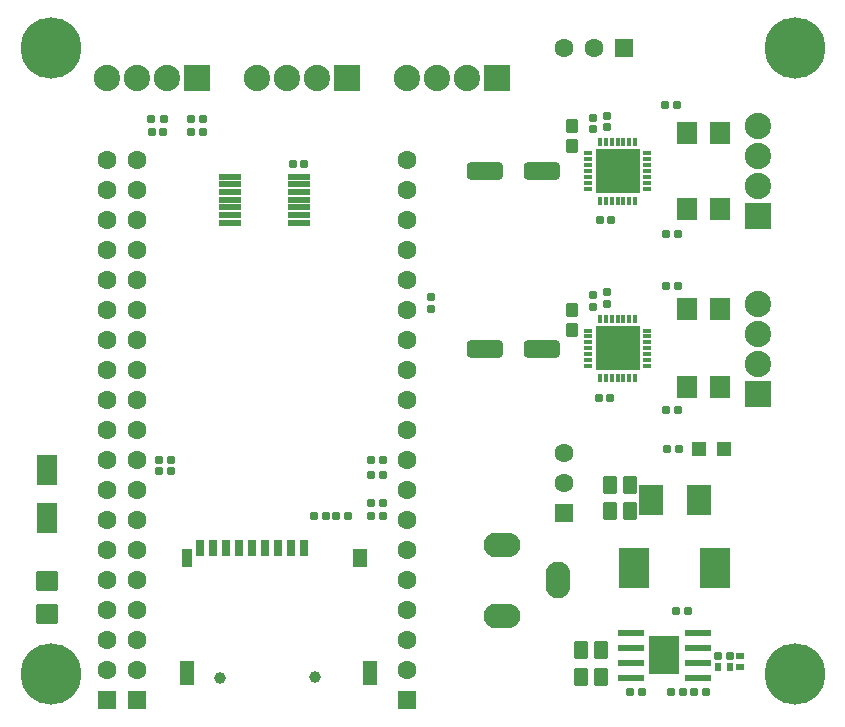
<source format=gbr>
G04 DipTrace Beta 4.1.9.0*
G04 TopMask.gbr*
%MOIN*%
G04 #@! TF.FileFunction,Soldermask,Top*
G04 #@! TF.Part,Single*
%AMOUTLINE1*
4,1,28,
0.04757,-0.029135,
-0.04757,-0.029135,
-0.050503,-0.028749,
-0.053356,-0.027568,
-0.055806,-0.025688,
-0.057686,-0.023238,
-0.058867,-0.020385,
-0.059253,-0.017452,
-0.059253,0.017452,
-0.058867,0.020385,
-0.057686,0.023238,
-0.055806,0.025688,
-0.053356,0.027568,
-0.050503,0.028749,
-0.04757,0.029135,
0.04757,0.029135,
0.050503,0.028749,
0.053356,0.027568,
0.055806,0.025688,
0.057686,0.023238,
0.058867,0.020385,
0.059253,0.017452,
0.059253,-0.017452,
0.058867,-0.020385,
0.057686,-0.023238,
0.055806,-0.025688,
0.053356,-0.027568,
0.050503,-0.028749,
0.04757,-0.029135,
0*%
%AMOUTLINE4*
4,1,28,
-0.04757,0.029135,
0.04757,0.029135,
0.050503,0.028749,
0.053356,0.027568,
0.055806,0.025688,
0.057686,0.023238,
0.058867,0.020385,
0.059253,0.017452,
0.059253,-0.017452,
0.058867,-0.020385,
0.057686,-0.023238,
0.055806,-0.025688,
0.053356,-0.027568,
0.050503,-0.028749,
0.04757,-0.029135,
-0.04757,-0.029135,
-0.050503,-0.028749,
-0.053356,-0.027568,
-0.055806,-0.025688,
-0.057686,-0.023238,
-0.058867,-0.020385,
-0.059253,-0.017452,
-0.059253,0.017452,
-0.058867,0.020385,
-0.057686,0.023238,
-0.055806,0.025688,
-0.053356,0.027568,
-0.050503,0.028749,
-0.04757,0.029135,
0*%
%AMOUTLINE7*
4,1,28,
0.005444,-0.013978,
-0.005444,-0.013978,
-0.007256,-0.013739,
-0.009064,-0.01299,
-0.010617,-0.011799,
-0.011809,-0.010245,
-0.012558,-0.008437,
-0.012797,-0.006625,
-0.012797,0.006625,
-0.012558,0.008437,
-0.011809,0.010245,
-0.010617,0.011799,
-0.009064,0.01299,
-0.007256,0.013739,
-0.005444,0.013978,
0.005444,0.013978,
0.007256,0.013739,
0.009064,0.01299,
0.010617,0.011799,
0.011809,0.010245,
0.012558,0.008437,
0.012797,0.006625,
0.012797,-0.006625,
0.012558,-0.008437,
0.011809,-0.010245,
0.010617,-0.011799,
0.009064,-0.01299,
0.007256,-0.013739,
0.005444,-0.013978,
0*%
%AMOUTLINE10*
4,1,28,
-0.005444,0.013978,
0.005444,0.013978,
0.007256,0.013739,
0.009064,0.01299,
0.010617,0.011799,
0.011809,0.010245,
0.012558,0.008437,
0.012797,0.006625,
0.012797,-0.006625,
0.012558,-0.008437,
0.011809,-0.010245,
0.010617,-0.011799,
0.009064,-0.01299,
0.007256,-0.013739,
0.005444,-0.013978,
-0.005444,-0.013978,
-0.007256,-0.013739,
-0.009064,-0.01299,
-0.010617,-0.011799,
-0.011809,-0.010245,
-0.012558,-0.008437,
-0.012797,-0.006625,
-0.012797,0.006625,
-0.012558,0.008437,
-0.011809,0.010245,
-0.010617,0.011799,
-0.009064,0.01299,
-0.007256,0.013739,
-0.005444,0.013978,
0*%
%AMOUTLINE13*
4,1,28,
-0.013978,-0.005444,
-0.013978,0.005444,
-0.013739,0.007256,
-0.01299,0.009064,
-0.011799,0.010617,
-0.010245,0.011809,
-0.008437,0.012558,
-0.006625,0.012797,
0.006625,0.012797,
0.008437,0.012558,
0.010245,0.011809,
0.011799,0.010617,
0.01299,0.009064,
0.013739,0.007256,
0.013978,0.005444,
0.013978,-0.005444,
0.013739,-0.007256,
0.01299,-0.009064,
0.011799,-0.010617,
0.010245,-0.011809,
0.008437,-0.012558,
0.006625,-0.012797,
-0.006625,-0.012797,
-0.008437,-0.012558,
-0.010245,-0.011809,
-0.011799,-0.010617,
-0.01299,-0.009064,
-0.013739,-0.007256,
-0.013978,-0.005444,
0*%
%AMOUTLINE16*
4,1,28,
0.013978,0.005444,
0.013978,-0.005444,
0.013739,-0.007256,
0.01299,-0.009064,
0.011799,-0.010617,
0.010245,-0.011809,
0.008437,-0.012558,
0.006625,-0.012797,
-0.006625,-0.012797,
-0.008437,-0.012558,
-0.010245,-0.011809,
-0.011799,-0.010617,
-0.01299,-0.009064,
-0.013739,-0.007256,
-0.013978,-0.005444,
-0.013978,0.005444,
-0.013739,0.007256,
-0.01299,0.009064,
-0.011799,0.010617,
-0.010245,0.011809,
-0.008437,0.012558,
-0.006625,0.012797,
0.006625,0.012797,
0.008437,0.012558,
0.010245,0.011809,
0.011799,0.010617,
0.01299,0.009064,
0.013739,0.007256,
0.013978,0.005444,
0*%
%AMOUTLINE19*
4,1,28,
-0.009972,0.023624,
0.009972,0.023624,
0.012904,0.023237,
0.015757,0.022056,
0.018207,0.020176,
0.020087,0.017726,
0.021269,0.014873,
0.021655,0.01194,
0.021655,-0.01194,
0.021269,-0.014873,
0.020087,-0.017726,
0.018207,-0.020176,
0.015757,-0.022056,
0.012904,-0.023237,
0.009972,-0.023624,
-0.009972,-0.023624,
-0.012904,-0.023237,
-0.015757,-0.022056,
-0.018207,-0.020176,
-0.020087,-0.017726,
-0.021269,-0.014873,
-0.021655,-0.01194,
-0.021655,0.01194,
-0.021269,0.014873,
-0.020087,0.017726,
-0.018207,0.020176,
-0.015757,0.022056,
-0.012904,0.023237,
-0.009972,0.023624,
0*%
%AMOUTLINE22*
4,1,28,
0.026113,-0.033466,
-0.026113,-0.033466,
-0.028944,-0.033093,
-0.031702,-0.031951,
-0.034071,-0.030134,
-0.035888,-0.027765,
-0.03703,-0.025007,
-0.037403,-0.022176,
-0.037403,0.022176,
-0.03703,0.025007,
-0.035888,0.027765,
-0.034071,0.030134,
-0.031702,0.031951,
-0.028944,0.033093,
-0.026113,0.033466,
0.026113,0.033466,
0.028944,0.033093,
0.031702,0.031951,
0.034071,0.030134,
0.035888,0.027765,
0.03703,0.025007,
0.037403,0.022176,
0.037403,-0.022176,
0.03703,-0.025007,
0.035888,-0.027765,
0.034071,-0.030134,
0.031702,-0.031951,
0.028944,-0.033093,
0.026113,-0.033466,
0*%
%AMOUTLINE25*
4,1,28,
-0.012137,0.030907,
0.012137,0.030907,
0.01507,0.030521,
0.017923,0.029339,
0.020373,0.027459,
0.022253,0.025009,
0.023434,0.022156,
0.02382,0.019224,
0.02382,-0.019224,
0.023434,-0.022156,
0.022253,-0.025009,
0.020373,-0.027459,
0.017923,-0.029339,
0.01507,-0.030521,
0.012137,-0.030907,
-0.012137,-0.030907,
-0.01507,-0.030521,
-0.017923,-0.029339,
-0.020373,-0.027459,
-0.022253,-0.025009,
-0.023434,-0.022156,
-0.02382,-0.019224,
-0.02382,0.019224,
-0.023434,0.022156,
-0.022253,0.025009,
-0.020373,0.027459,
-0.017923,0.029339,
-0.01507,0.030521,
-0.012137,0.030907,
0*%
%AMOUTLINE28*
4,1,28,
0.012137,-0.030907,
-0.012137,-0.030907,
-0.01507,-0.030521,
-0.017923,-0.029339,
-0.020373,-0.027459,
-0.022253,-0.025009,
-0.023434,-0.022156,
-0.02382,-0.019224,
-0.02382,0.019224,
-0.023434,0.022156,
-0.022253,0.025009,
-0.020373,0.027459,
-0.017923,0.029339,
-0.01507,0.030521,
-0.012137,0.030907,
0.012137,0.030907,
0.01507,0.030521,
0.017923,0.029339,
0.020373,0.027459,
0.022253,0.025009,
0.023434,0.022156,
0.02382,0.019224,
0.02382,-0.019224,
0.023434,-0.022156,
0.022253,-0.025009,
0.020373,-0.027459,
0.017923,-0.029339,
0.01507,-0.030521,
0.012137,-0.030907,
0*%
%AMOUTLINE31*
4,1,28,
0.00505,-0.013584,
-0.00505,-0.013584,
-0.006658,-0.013372,
-0.008277,-0.012702,
-0.009667,-0.011635,
-0.010734,-0.010245,
-0.011404,-0.008627,
-0.011616,-0.007019,
-0.011616,0.007019,
-0.011404,0.008627,
-0.010734,0.010245,
-0.009667,0.011635,
-0.008277,0.012702,
-0.006658,0.013372,
-0.00505,0.013584,
0.00505,0.013584,
0.006658,0.013372,
0.008277,0.012702,
0.009667,0.011635,
0.010734,0.010245,
0.011404,0.008627,
0.011616,0.007019,
0.011616,-0.007019,
0.011404,-0.008627,
0.010734,-0.010245,
0.009667,-0.011635,
0.008277,-0.012702,
0.006658,-0.013372,
0.00505,-0.013584,
0*%
%AMOUTLINE34*
4,1,28,
-0.00505,0.013584,
0.00505,0.013584,
0.006658,0.013372,
0.008277,0.012702,
0.009667,0.011635,
0.010734,0.010245,
0.011404,0.008627,
0.011616,0.007019,
0.011616,-0.007019,
0.011404,-0.008627,
0.010734,-0.010245,
0.009667,-0.011635,
0.008277,-0.012702,
0.006658,-0.013372,
0.00505,-0.013584,
-0.00505,-0.013584,
-0.006658,-0.013372,
-0.008277,-0.012702,
-0.009667,-0.011635,
-0.010734,-0.010245,
-0.011404,-0.008627,
-0.011616,-0.007019,
-0.011616,0.007019,
-0.011404,0.008627,
-0.010734,0.010245,
-0.009667,0.011635,
-0.008277,0.012702,
-0.006658,0.013372,
-0.00505,0.013584,
0*%
%AMOUTLINE37*
4,1,28,
-0.013584,-0.00505,
-0.013584,0.00505,
-0.013372,0.006658,
-0.012702,0.008277,
-0.011635,0.009667,
-0.010245,0.010734,
-0.008627,0.011404,
-0.007019,0.011616,
0.007019,0.011616,
0.008627,0.011404,
0.010245,0.010734,
0.011635,0.009667,
0.012702,0.008277,
0.013372,0.006658,
0.013584,0.00505,
0.013584,-0.00505,
0.013372,-0.006658,
0.012702,-0.008277,
0.011635,-0.009667,
0.010245,-0.010734,
0.008627,-0.011404,
0.007019,-0.011616,
-0.007019,-0.011616,
-0.008627,-0.011404,
-0.010245,-0.010734,
-0.011635,-0.009667,
-0.012702,-0.008277,
-0.013372,-0.006658,
-0.013584,-0.00505,
0*%
%AMOUTLINE40*
4,1,28,
0.013584,0.00505,
0.013584,-0.00505,
0.013372,-0.006658,
0.012702,-0.008277,
0.011635,-0.009667,
0.010245,-0.010734,
0.008627,-0.011404,
0.007019,-0.011616,
-0.007019,-0.011616,
-0.008627,-0.011404,
-0.010245,-0.010734,
-0.011635,-0.009667,
-0.012702,-0.008277,
-0.013372,-0.006658,
-0.013584,-0.00505,
-0.013584,0.00505,
-0.013372,0.006658,
-0.012702,0.008277,
-0.011635,0.009667,
-0.010245,0.010734,
-0.008627,0.011404,
-0.007019,0.011616,
0.007019,0.011616,
0.008627,0.011404,
0.010245,0.010734,
0.011635,0.009667,
0.012702,0.008277,
0.013372,0.006658,
0.013584,0.00505,
0*%
%AMOUTLINE43*
4,1,28,
0.014175,0.005444,
0.014175,-0.005444,
0.01395,-0.007154,
0.01324,-0.008868,
0.012111,-0.010339,
0.010639,-0.011468,
0.008926,-0.012178,
0.007216,-0.012403,
-0.007216,-0.012403,
-0.008926,-0.012178,
-0.010639,-0.011468,
-0.012111,-0.010339,
-0.01324,-0.008868,
-0.01395,-0.007154,
-0.014175,-0.005444,
-0.014175,0.005444,
-0.01395,0.007154,
-0.01324,0.008868,
-0.012111,0.010339,
-0.010639,0.011468,
-0.008926,0.012178,
-0.007216,0.012403,
0.007216,0.012403,
0.008926,0.012178,
0.010639,0.011468,
0.012111,0.010339,
0.01324,0.008868,
0.01395,0.007154,
0.014175,0.005444,
0*%
%AMOUTLINE46*
4,1,28,
-0.014175,-0.005444,
-0.014175,0.005444,
-0.01395,0.007154,
-0.01324,0.008868,
-0.012111,0.010339,
-0.010639,0.011468,
-0.008926,0.012178,
-0.007216,0.012403,
0.007216,0.012403,
0.008926,0.012178,
0.010639,0.011468,
0.012111,0.010339,
0.01324,0.008868,
0.01395,0.007154,
0.014175,0.005444,
0.014175,-0.005444,
0.01395,-0.007154,
0.01324,-0.008868,
0.012111,-0.010339,
0.010639,-0.011468,
0.008926,-0.012178,
0.007216,-0.012403,
-0.007216,-0.012403,
-0.008926,-0.012178,
-0.010639,-0.011468,
-0.012111,-0.010339,
-0.01324,-0.008868,
-0.01395,-0.007154,
-0.014175,-0.005444,
0*%
%AMOUTLINE49*
4,1,28,
0.005444,-0.014175,
-0.005444,-0.014175,
-0.007154,-0.01395,
-0.008868,-0.01324,
-0.010339,-0.012111,
-0.011468,-0.010639,
-0.012178,-0.008926,
-0.012403,-0.007216,
-0.012403,0.007216,
-0.012178,0.008926,
-0.011468,0.010639,
-0.010339,0.012111,
-0.008868,0.01324,
-0.007154,0.01395,
-0.005444,0.014175,
0.005444,0.014175,
0.007154,0.01395,
0.008868,0.01324,
0.010339,0.012111,
0.011468,0.010639,
0.012178,0.008926,
0.012403,0.007216,
0.012403,-0.007216,
0.012178,-0.008926,
0.011468,-0.010639,
0.010339,-0.012111,
0.008868,-0.01324,
0.007154,-0.01395,
0.005444,-0.014175,
0*%
%AMOUTLINE52*
4,1,28,
-0.005444,0.014175,
0.005444,0.014175,
0.007154,0.01395,
0.008868,0.01324,
0.010339,0.012111,
0.011468,0.010639,
0.012178,0.008926,
0.012403,0.007216,
0.012403,-0.007216,
0.012178,-0.008926,
0.011468,-0.010639,
0.010339,-0.012111,
0.008868,-0.01324,
0.007154,-0.01395,
0.005444,-0.014175,
-0.005444,-0.014175,
-0.007154,-0.01395,
-0.008868,-0.01324,
-0.010339,-0.012111,
-0.011468,-0.010639,
-0.012178,-0.008926,
-0.012403,-0.007216,
-0.012403,0.007216,
-0.012178,0.008926,
-0.011468,0.010639,
-0.010339,0.012111,
-0.008868,0.01324,
-0.007154,0.01395,
-0.005444,0.014175,
0*%
%ADD48R,0.011811X0.027559*%
%ADD49R,0.027559X0.011811*%
%ADD50R,0.145669X0.145669*%
%ADD57C,0.03937*%
%ADD66R,0.074806X0.019688*%
%ADD68R,0.098428X0.125987*%
%ADD70R,0.088586X0.021657*%
%ADD78C,0.08794*%
%ADD80R,0.08794X0.08794*%
%ADD82R,0.035436X0.059058*%
%ADD84R,0.051184X0.059058*%
%ADD86R,0.051184X0.08268*%
%ADD88R,0.031499X0.055121*%
%ADD90R,0.066932X0.074806*%
%ADD92C,0.20394*%
%ADD94R,0.051184X0.051184*%
%ADD96R,0.078743X0.102365*%
%ADD98O,0.08268X0.12205*%
%ADD100O,0.12205X0.08268*%
%ADD102C,0.062995*%
%ADD104R,0.062995X0.062995*%
%ADD106R,0.102365X0.133861*%
%ADD108R,0.070869X0.102365*%
%ADD114OUTLINE1*%
%ADD117OUTLINE4*%
%ADD120OUTLINE7*%
%ADD123OUTLINE10*%
%ADD126OUTLINE13*%
%ADD129OUTLINE16*%
%ADD132OUTLINE19*%
%ADD135OUTLINE22*%
%ADD138OUTLINE25*%
%ADD141OUTLINE28*%
%ADD144OUTLINE31*%
%ADD147OUTLINE34*%
%ADD150OUTLINE37*%
%ADD153OUTLINE40*%
%ADD156OUTLINE43*%
%ADD159OUTLINE46*%
%ADD162OUTLINE49*%
%ADD165OUTLINE52*%
%FSLAX26Y26*%
G04*
G70*
G90*
G75*
G01*
G04 TopMask*
%LPD*%
D114*
X2168854Y1613399D3*
D117*
X1979877D3*
D120*
X2621161Y1412171D3*
D123*
X2582578D3*
D120*
X2621161Y1825557D3*
D123*
X2582578D3*
D126*
X2337791Y1755108D3*
D129*
Y1793691D3*
X2386700Y1803319D3*
D126*
Y1764737D3*
D123*
X999802Y2337451D3*
D120*
X1038385D3*
X906741D3*
D123*
X868158D3*
D132*
X2268200Y1745915D3*
Y1678986D3*
D120*
X2396103Y1449949D3*
D123*
X2357520D3*
D135*
X518700Y732333D3*
Y842569D3*
D114*
X2168854Y2207447D3*
D117*
X1979877D3*
D120*
X2621161Y1998785D3*
D123*
X2582578D3*
D120*
X2619293Y2427091D3*
D123*
X2580710D3*
D126*
X2339400Y2347158D3*
D129*
X2339399Y2385741D3*
D123*
X2616170Y739831D3*
D120*
X2654752D3*
D129*
X2386190Y2392697D3*
D126*
Y2354115D3*
D138*
X2299574Y522810D3*
D141*
X2366503D3*
D138*
X2299574Y610365D3*
D141*
X2366503D3*
D138*
X2394088Y1160864D3*
D141*
X2461018D3*
D138*
X2394088Y1074250D3*
D141*
X2461018D3*
D132*
X2268700Y2357646D3*
Y2290717D3*
D120*
X2400491Y2043700D3*
D123*
X2361909D3*
D144*
X2794308Y553077D3*
D147*
X2757300D3*
D150*
X2828692Y553762D3*
D153*
Y590770D3*
D123*
X1337794Y2231200D3*
D120*
X1376377D3*
D108*
X518700Y1052451D3*
Y1209931D3*
D106*
X2747339Y882970D3*
X2475686D3*
D104*
X818700Y443700D3*
D102*
Y543700D3*
Y643700D3*
Y743700D3*
Y843700D3*
Y943700D3*
Y1043700D3*
Y1143700D3*
Y1243700D3*
Y1343700D3*
Y1443700D3*
Y1543700D3*
Y1643700D3*
Y1743700D3*
Y1843700D3*
Y1943700D3*
Y2043700D3*
Y2143700D3*
Y2243700D3*
D104*
X718700Y443700D3*
D102*
Y543700D3*
Y643700D3*
Y743700D3*
Y843700D3*
Y943700D3*
Y1043700D3*
Y1143700D3*
Y1243700D3*
Y1343700D3*
Y1443700D3*
Y1543700D3*
Y1643700D3*
Y1743700D3*
Y1843700D3*
Y1943700D3*
Y2043700D3*
Y2143700D3*
Y2243700D3*
D104*
X1718700Y443700D3*
D102*
Y543700D3*
Y643700D3*
Y743700D3*
Y843700D3*
Y943700D3*
Y1043700D3*
Y1143700D3*
Y1243700D3*
Y1343700D3*
Y1443700D3*
Y1543700D3*
Y1643700D3*
Y1743700D3*
Y1843700D3*
Y1943700D3*
Y2043700D3*
Y2143700D3*
Y2243700D3*
D104*
X2443700Y2618700D3*
D102*
X2343700D3*
X2243700D3*
D100*
X2036023Y961810D3*
Y725590D3*
D98*
X2221062Y843700D3*
D104*
X2243701Y1068700D3*
D102*
X2243697Y1168700D3*
X2243694Y1268700D3*
D96*
X2692221Y1112498D3*
X2530804D3*
D94*
X2691602Y1281200D3*
X2774279D3*
D92*
X531495Y531495D3*
Y2618109D3*
X3011810D3*
Y531495D3*
D156*
X1797700Y1788725D3*
D159*
Y1748174D3*
D162*
X1038976Y2381200D3*
D165*
X998424D3*
X867174D3*
D162*
X907725D3*
D90*
X2763287Y1746817D3*
X2653050D3*
X2763287Y1486974D3*
X2653050D3*
D165*
X2585924Y1281200D3*
D162*
X2626476D3*
X2638556Y470397D3*
D165*
X2598004D3*
D162*
X2501476D3*
D165*
X2460924D3*
D162*
X2796186Y590915D3*
D165*
X2755634D3*
D162*
X2716519Y470489D3*
D165*
X2675968D3*
D90*
X2763287Y2335840D3*
X2653050D3*
X2763287Y2080041D3*
X2653050D3*
D162*
X932726Y1243700D3*
D165*
X892175D3*
X1598424D3*
D162*
X1638976D3*
D165*
X1598424Y1099949D3*
D162*
X1638976D3*
D165*
X892175Y1206200D3*
D162*
X932726D3*
X1638976Y1193700D3*
D165*
X1598424D3*
D162*
X1638976Y1056200D3*
D165*
X1598424D3*
X1483424Y1058700D3*
D162*
X1523976D3*
D165*
X1408424D3*
D162*
X1448976D3*
D88*
X1374964Y950585D3*
X1331657Y950584D3*
X1288350Y950583D3*
X1245043D3*
X1201736Y950582D3*
X1158429Y950581D3*
X1115122Y950580D3*
X1071815Y950579D3*
X1028508D3*
D86*
X1596232Y535235D3*
D84*
X1563154Y917124D3*
D82*
X985201Y917113D3*
D86*
X985208Y535224D3*
D57*
X1095839Y519478D3*
X1410799Y519483D3*
D80*
X2888700Y1463700D3*
D78*
Y1563700D3*
Y1663700D3*
Y1763700D3*
D80*
Y2058700D3*
D78*
Y2158700D3*
Y2258700D3*
Y2358700D3*
D80*
X1018700Y2518700D3*
D78*
X918700D3*
X818700D3*
X718700D3*
D80*
X1518700D3*
D78*
X1418700D3*
X1318700D3*
X1218700D3*
D80*
X2018700D3*
D78*
X1918700D3*
X1818700D3*
X1718700D3*
D48*
X2479821Y1715315D3*
X2460136D3*
X2440451D3*
X2420766D3*
X2401081D3*
X2381396D3*
X2361711D3*
D49*
X2322340Y1675949D3*
Y1656264D3*
Y1636579D3*
Y1616894D3*
Y1597209D3*
Y1577523D3*
Y1557838D3*
D48*
X2361711Y1518467D3*
X2381396D3*
X2401081D3*
X2420766D3*
X2440451D3*
X2460136D3*
X2479821D3*
D49*
X2519188Y1557838D3*
Y1577523D3*
Y1597209D3*
Y1616894D3*
Y1636579D3*
Y1656264D3*
Y1675949D3*
D50*
X2420766Y1616894D3*
D48*
X2479821Y2305866D3*
X2460136D3*
X2440451D3*
X2420766D3*
X2401081D3*
X2381396D3*
X2361711D3*
D49*
X2322340Y2266500D3*
Y2246815D3*
Y2227130D3*
Y2207445D3*
Y2187760D3*
Y2168075D3*
Y2148390D3*
D48*
X2361711Y2109018D3*
X2381396D3*
X2401081D3*
X2420766D3*
X2440451D3*
X2460136D3*
X2479821D3*
D49*
X2519188Y2148390D3*
Y2168075D3*
Y2187760D3*
Y2207445D3*
Y2227130D3*
Y2246815D3*
Y2266500D3*
D50*
X2420766Y2207445D3*
D70*
X2464172Y669389D3*
Y619389D3*
Y569389D3*
Y519389D3*
X2690550D3*
Y569389D3*
Y619389D3*
Y669389D3*
D68*
X2577361Y594389D3*
D66*
X1129527Y2189222D3*
Y2163632D3*
Y2138041D3*
Y2112451D3*
Y2086860D3*
Y2061270D3*
X1129535Y2035679D3*
X1357873D3*
Y2061270D3*
Y2086860D3*
Y2112451D3*
Y2138041D3*
Y2163632D3*
Y2189222D3*
M02*

</source>
